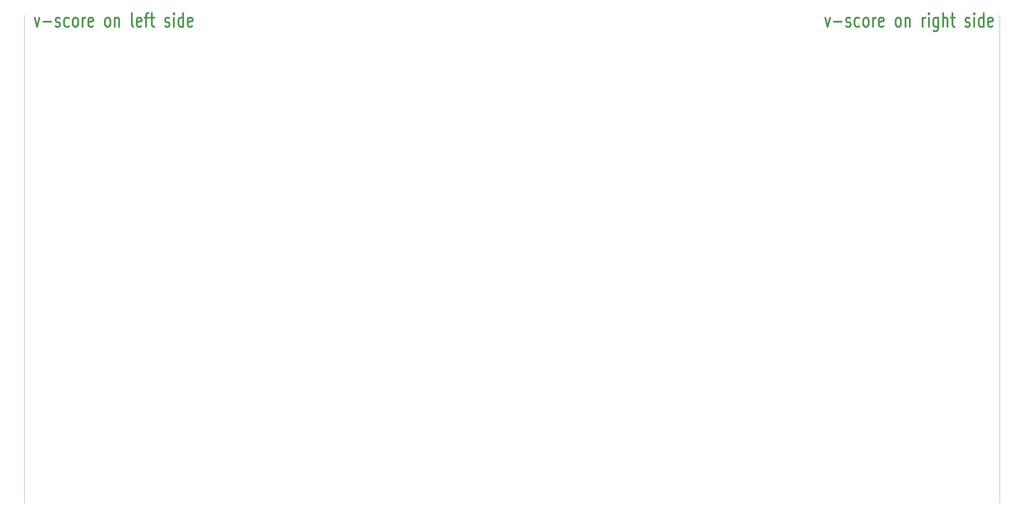
<source format=gbr>
G04 #@! TF.FileFunction,Other,Fab,Bot*
%FSLAX46Y46*%
G04 Gerber Fmt 4.6, Leading zero omitted, Abs format (unit mm)*
G04 Created by KiCad (PCBNEW 4.0.2-stable) date Mon 02 May 2016 10:51:51 AM CEST*
%MOMM*%
G01*
G04 APERTURE LIST*
%ADD10C,0.150000*%
%ADD11C,0.500000*%
%ADD12C,0.010000*%
G04 APERTURE END LIST*
D10*
D11*
X233988570Y33247143D02*
X234702856Y30580476D01*
X235417142Y33247143D01*
X236559999Y32104286D02*
X238845713Y32104286D01*
X240131428Y30770952D02*
X240417142Y30580476D01*
X240988570Y30580476D01*
X241274285Y30770952D01*
X241417142Y31151905D01*
X241417142Y31342381D01*
X241274285Y31723333D01*
X240988570Y31913810D01*
X240559999Y31913810D01*
X240274285Y32104286D01*
X240131428Y32485238D01*
X240131428Y32675714D01*
X240274285Y33056667D01*
X240559999Y33247143D01*
X240988570Y33247143D01*
X241274285Y33056667D01*
X243988570Y30770952D02*
X243702856Y30580476D01*
X243131427Y30580476D01*
X242845713Y30770952D01*
X242702856Y30961429D01*
X242559999Y31342381D01*
X242559999Y32485238D01*
X242702856Y32866190D01*
X242845713Y33056667D01*
X243131427Y33247143D01*
X243702856Y33247143D01*
X243988570Y33056667D01*
X245702856Y30580476D02*
X245417142Y30770952D01*
X245274285Y30961429D01*
X245131428Y31342381D01*
X245131428Y32485238D01*
X245274285Y32866190D01*
X245417142Y33056667D01*
X245702856Y33247143D01*
X246131428Y33247143D01*
X246417142Y33056667D01*
X246559999Y32866190D01*
X246702856Y32485238D01*
X246702856Y31342381D01*
X246559999Y30961429D01*
X246417142Y30770952D01*
X246131428Y30580476D01*
X245702856Y30580476D01*
X247988571Y30580476D02*
X247988571Y33247143D01*
X247988571Y32485238D02*
X248131428Y32866190D01*
X248274285Y33056667D01*
X248559999Y33247143D01*
X248845714Y33247143D01*
X250988571Y30770952D02*
X250702857Y30580476D01*
X250131428Y30580476D01*
X249845714Y30770952D01*
X249702857Y31151905D01*
X249702857Y32675714D01*
X249845714Y33056667D01*
X250131428Y33247143D01*
X250702857Y33247143D01*
X250988571Y33056667D01*
X251131428Y32675714D01*
X251131428Y32294762D01*
X249702857Y31913810D01*
X255131428Y30580476D02*
X254845714Y30770952D01*
X254702857Y30961429D01*
X254560000Y31342381D01*
X254560000Y32485238D01*
X254702857Y32866190D01*
X254845714Y33056667D01*
X255131428Y33247143D01*
X255560000Y33247143D01*
X255845714Y33056667D01*
X255988571Y32866190D01*
X256131428Y32485238D01*
X256131428Y31342381D01*
X255988571Y30961429D01*
X255845714Y30770952D01*
X255560000Y30580476D01*
X255131428Y30580476D01*
X257417143Y33247143D02*
X257417143Y30580476D01*
X257417143Y32866190D02*
X257560000Y33056667D01*
X257845714Y33247143D01*
X258274286Y33247143D01*
X258560000Y33056667D01*
X258702857Y32675714D01*
X258702857Y30580476D01*
X262417143Y30580476D02*
X262417143Y33247143D01*
X262417143Y32485238D02*
X262560000Y32866190D01*
X262702857Y33056667D01*
X262988571Y33247143D01*
X263274286Y33247143D01*
X264274286Y30580476D02*
X264274286Y33247143D01*
X264274286Y34580476D02*
X264131429Y34390000D01*
X264274286Y34199524D01*
X264417143Y34390000D01*
X264274286Y34580476D01*
X264274286Y34199524D01*
X266988571Y33247143D02*
X266988571Y30009048D01*
X266845714Y29628095D01*
X266702857Y29437619D01*
X266417142Y29247143D01*
X265988571Y29247143D01*
X265702857Y29437619D01*
X266988571Y30770952D02*
X266702857Y30580476D01*
X266131428Y30580476D01*
X265845714Y30770952D01*
X265702857Y30961429D01*
X265560000Y31342381D01*
X265560000Y32485238D01*
X265702857Y32866190D01*
X265845714Y33056667D01*
X266131428Y33247143D01*
X266702857Y33247143D01*
X266988571Y33056667D01*
X268417143Y30580476D02*
X268417143Y34580476D01*
X269702857Y30580476D02*
X269702857Y32675714D01*
X269560000Y33056667D01*
X269274286Y33247143D01*
X268845714Y33247143D01*
X268560000Y33056667D01*
X268417143Y32866190D01*
X270702857Y33247143D02*
X271845714Y33247143D01*
X271131429Y34580476D02*
X271131429Y31151905D01*
X271274286Y30770952D01*
X271560000Y30580476D01*
X271845714Y30580476D01*
X274988572Y30770952D02*
X275274286Y30580476D01*
X275845714Y30580476D01*
X276131429Y30770952D01*
X276274286Y31151905D01*
X276274286Y31342381D01*
X276131429Y31723333D01*
X275845714Y31913810D01*
X275417143Y31913810D01*
X275131429Y32104286D01*
X274988572Y32485238D01*
X274988572Y32675714D01*
X275131429Y33056667D01*
X275417143Y33247143D01*
X275845714Y33247143D01*
X276131429Y33056667D01*
X277560000Y30580476D02*
X277560000Y33247143D01*
X277560000Y34580476D02*
X277417143Y34390000D01*
X277560000Y34199524D01*
X277702857Y34390000D01*
X277560000Y34580476D01*
X277560000Y34199524D01*
X280274285Y30580476D02*
X280274285Y34580476D01*
X280274285Y30770952D02*
X279988571Y30580476D01*
X279417142Y30580476D01*
X279131428Y30770952D01*
X278988571Y30961429D01*
X278845714Y31342381D01*
X278845714Y32485238D01*
X278988571Y32866190D01*
X279131428Y33056667D01*
X279417142Y33247143D01*
X279988571Y33247143D01*
X280274285Y33056667D01*
X282845714Y30770952D02*
X282560000Y30580476D01*
X281988571Y30580476D01*
X281702857Y30770952D01*
X281560000Y31151905D01*
X281560000Y32675714D01*
X281702857Y33056667D01*
X281988571Y33247143D01*
X282560000Y33247143D01*
X282845714Y33056667D01*
X282988571Y32675714D01*
X282988571Y32294762D01*
X281560000Y31913810D01*
X2988571Y33247143D02*
X3702857Y30580476D01*
X4417143Y33247143D01*
X5560000Y32104286D02*
X7845714Y32104286D01*
X9131429Y30770952D02*
X9417143Y30580476D01*
X9988571Y30580476D01*
X10274286Y30770952D01*
X10417143Y31151905D01*
X10417143Y31342381D01*
X10274286Y31723333D01*
X9988571Y31913810D01*
X9560000Y31913810D01*
X9274286Y32104286D01*
X9131429Y32485238D01*
X9131429Y32675714D01*
X9274286Y33056667D01*
X9560000Y33247143D01*
X9988571Y33247143D01*
X10274286Y33056667D01*
X12988571Y30770952D02*
X12702857Y30580476D01*
X12131428Y30580476D01*
X11845714Y30770952D01*
X11702857Y30961429D01*
X11560000Y31342381D01*
X11560000Y32485238D01*
X11702857Y32866190D01*
X11845714Y33056667D01*
X12131428Y33247143D01*
X12702857Y33247143D01*
X12988571Y33056667D01*
X14702857Y30580476D02*
X14417143Y30770952D01*
X14274286Y30961429D01*
X14131429Y31342381D01*
X14131429Y32485238D01*
X14274286Y32866190D01*
X14417143Y33056667D01*
X14702857Y33247143D01*
X15131429Y33247143D01*
X15417143Y33056667D01*
X15560000Y32866190D01*
X15702857Y32485238D01*
X15702857Y31342381D01*
X15560000Y30961429D01*
X15417143Y30770952D01*
X15131429Y30580476D01*
X14702857Y30580476D01*
X16988572Y30580476D02*
X16988572Y33247143D01*
X16988572Y32485238D02*
X17131429Y32866190D01*
X17274286Y33056667D01*
X17560000Y33247143D01*
X17845715Y33247143D01*
X19988572Y30770952D02*
X19702858Y30580476D01*
X19131429Y30580476D01*
X18845715Y30770952D01*
X18702858Y31151905D01*
X18702858Y32675714D01*
X18845715Y33056667D01*
X19131429Y33247143D01*
X19702858Y33247143D01*
X19988572Y33056667D01*
X20131429Y32675714D01*
X20131429Y32294762D01*
X18702858Y31913810D01*
X24131429Y30580476D02*
X23845715Y30770952D01*
X23702858Y30961429D01*
X23560001Y31342381D01*
X23560001Y32485238D01*
X23702858Y32866190D01*
X23845715Y33056667D01*
X24131429Y33247143D01*
X24560001Y33247143D01*
X24845715Y33056667D01*
X24988572Y32866190D01*
X25131429Y32485238D01*
X25131429Y31342381D01*
X24988572Y30961429D01*
X24845715Y30770952D01*
X24560001Y30580476D01*
X24131429Y30580476D01*
X26417144Y33247143D02*
X26417144Y30580476D01*
X26417144Y32866190D02*
X26560001Y33056667D01*
X26845715Y33247143D01*
X27274287Y33247143D01*
X27560001Y33056667D01*
X27702858Y32675714D01*
X27702858Y30580476D01*
X31845715Y30580476D02*
X31560001Y30770952D01*
X31417144Y31151905D01*
X31417144Y34580476D01*
X34131430Y30770952D02*
X33845716Y30580476D01*
X33274287Y30580476D01*
X32988573Y30770952D01*
X32845716Y31151905D01*
X32845716Y32675714D01*
X32988573Y33056667D01*
X33274287Y33247143D01*
X33845716Y33247143D01*
X34131430Y33056667D01*
X34274287Y32675714D01*
X34274287Y32294762D01*
X32845716Y31913810D01*
X35131430Y33247143D02*
X36274287Y33247143D01*
X35560002Y30580476D02*
X35560002Y34009048D01*
X35702859Y34390000D01*
X35988573Y34580476D01*
X36274287Y34580476D01*
X36845716Y33247143D02*
X37988573Y33247143D01*
X37274288Y34580476D02*
X37274288Y31151905D01*
X37417145Y30770952D01*
X37702859Y30580476D01*
X37988573Y30580476D01*
X41131431Y30770952D02*
X41417145Y30580476D01*
X41988573Y30580476D01*
X42274288Y30770952D01*
X42417145Y31151905D01*
X42417145Y31342381D01*
X42274288Y31723333D01*
X41988573Y31913810D01*
X41560002Y31913810D01*
X41274288Y32104286D01*
X41131431Y32485238D01*
X41131431Y32675714D01*
X41274288Y33056667D01*
X41560002Y33247143D01*
X41988573Y33247143D01*
X42274288Y33056667D01*
X43702859Y30580476D02*
X43702859Y33247143D01*
X43702859Y34580476D02*
X43560002Y34390000D01*
X43702859Y34199524D01*
X43845716Y34390000D01*
X43702859Y34580476D01*
X43702859Y34199524D01*
X46417144Y30580476D02*
X46417144Y34580476D01*
X46417144Y30770952D02*
X46131430Y30580476D01*
X45560001Y30580476D01*
X45274287Y30770952D01*
X45131430Y30961429D01*
X44988573Y31342381D01*
X44988573Y32485238D01*
X45131430Y32866190D01*
X45274287Y33056667D01*
X45560001Y33247143D01*
X46131430Y33247143D01*
X46417144Y33056667D01*
X48988573Y30770952D02*
X48702859Y30580476D01*
X48131430Y30580476D01*
X47845716Y30770952D01*
X47702859Y31151905D01*
X47702859Y32675714D01*
X47845716Y33056667D01*
X48131430Y33247143D01*
X48702859Y33247143D01*
X48988573Y33056667D01*
X49131430Y32675714D01*
X49131430Y32294762D01*
X47702859Y31913810D01*
D12*
X285000000Y34000000D02*
X285000000Y-108600000D01*
X0Y34000000D02*
X0Y-108600000D01*
M02*

</source>
